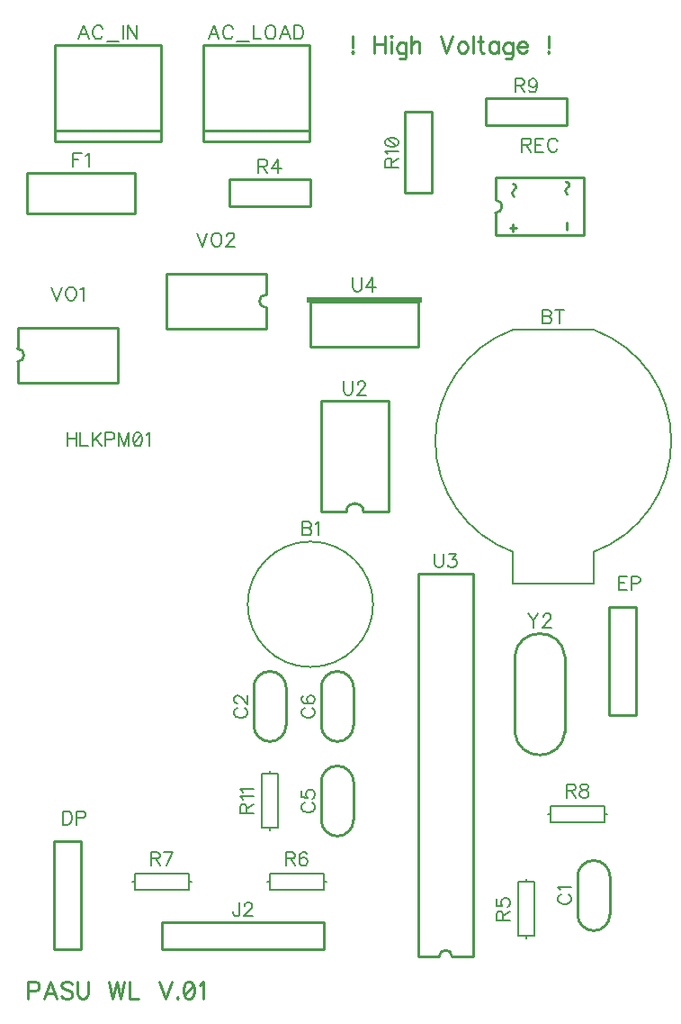
<source format=gbr>
G04 DipTrace 3.3.1.1*
G04 TopSilk.gbr*
%MOIN*%
G04 #@! TF.FileFunction,Legend,Top*
G04 #@! TF.Part,Single*
%ADD10C,0.009843*%
%ADD17C,0.008*%
%ADD79C,0.00772*%
%ADD81C,0.009264*%
%FSLAX26Y26*%
G04*
G70*
G90*
G75*
G01*
G04 TopSilk*
%LPD*%
X701575Y4046850D2*
D10*
X1095276D1*
Y3692520D1*
X701575D1*
Y4046850D1*
Y3731850D2*
X1095276D1*
X1251575Y4046850D2*
X1645276D1*
Y3692520D1*
X1251575D1*
Y4046850D1*
Y3731850D2*
X1645276D1*
X1417717Y1977953D2*
D17*
G02X1417717Y1977953I232283J0D01*
G01*
X2699637Y2172011D2*
Y2054684D1*
X2400363D1*
Y2172011D1*
X2699637Y2994054D2*
X2400363D1*
X2699637Y2172011D2*
G03X2699637Y2994054I-150227J411021D01*
G01*
X2400363Y2172011D2*
G02X2400363Y2994054I150227J411021D01*
G01*
X2760000Y830060D2*
D10*
Y969940D1*
X2640000Y830060D2*
Y969940D1*
X2760000D2*
G03X2640000Y969940I-60000J60D01*
G01*
Y830060D2*
G03X2760000Y830060I60000J-60D01*
G01*
X1560000Y1530060D2*
Y1669940D1*
X1440000Y1530060D2*
Y1669940D1*
X1560000D2*
G03X1440000Y1669940I-60000J60D01*
G01*
Y1530060D2*
G03X1560000Y1530060I60000J-60D01*
G01*
X1810000Y1180060D2*
Y1319940D1*
X1690000Y1180060D2*
Y1319940D1*
X1810000D2*
G03X1690000Y1319940I-60000J60D01*
G01*
Y1180060D2*
G03X1810000Y1180060I60000J-60D01*
G01*
X1690000Y1669940D2*
Y1530060D1*
X1810000Y1669940D2*
Y1530060D1*
X1690000D2*
G03X1810000Y1530060I60000J-60D01*
G01*
Y1669940D2*
G03X1690000Y1669940I-60000J60D01*
G01*
X800005Y1100018D2*
X700000D1*
Y699982D1*
X800005D1*
Y1100018D1*
X2857865Y1969078D2*
X2757860D1*
Y1569043D1*
X2857865D1*
Y1969078D1*
X1000330Y3425000D2*
X599670D1*
Y3575000D2*
Y3425000D1*
X1000330Y3575000D2*
X599670D1*
X1000330D2*
Y3425000D1*
X1699973Y699998D2*
X1100027D1*
Y800000D1*
X1699973D1*
Y699998D1*
X1349920Y3550000D2*
X1650080D1*
Y3450000D2*
Y3550000D1*
X1349920Y3450000D2*
X1650080D1*
X1349920D2*
Y3550000D1*
X2420000Y749992D2*
D17*
Y950008D1*
X2450000D1*
X2480000D1*
Y749992D1*
X2450000D1*
X2420000D1*
X2450000Y950008D2*
Y959993D1*
Y749992D2*
Y740007D1*
X1499992Y980000D2*
X1700008D1*
Y950000D1*
Y920000D1*
X1499992D1*
Y950000D1*
Y980000D1*
X1700008Y950000D2*
X1709993D1*
X1499992D2*
X1490007D1*
X999992Y980000D2*
X1200008D1*
Y950000D1*
Y920000D1*
X999992D1*
Y950000D1*
Y980000D1*
X1200008Y950000D2*
X1209993D1*
X999992D2*
X990007D1*
X2539793Y1231699D2*
X2739808D1*
Y1201699D1*
Y1171700D1*
X2539793D1*
Y1201699D1*
Y1231699D1*
X2739808Y1201699D2*
X2749794D1*
X2539793D2*
X2529807D1*
X2299920Y3850000D2*
D10*
X2600080D1*
Y3750000D2*
Y3850000D1*
X2299920Y3750000D2*
X2600080D1*
X2299920D2*
Y3850000D1*
X2000000Y3499920D2*
Y3800080D1*
X2100000D2*
X2000000D1*
X2100000Y3499920D2*
Y3800080D1*
Y3499920D2*
X2000000D1*
X1470000Y1149992D2*
D17*
Y1350008D1*
X1500000D1*
X1530000D1*
Y1149992D1*
X1500000D1*
X1470000D1*
X1500000Y1350008D2*
Y1359993D1*
Y1149992D2*
Y1140007D1*
X1940944Y2320277D2*
D10*
Y2729723D1*
X1688977Y2320277D2*
Y2729723D1*
X1940944D2*
X1688977D1*
X1940944Y2320277D2*
X1846468D1*
X1783454D2*
X1688977D1*
X1846468D2*
G03X1783454Y2320277I-31507J-21D01*
G01*
X2253604Y674278D2*
Y2091601D1*
X2048876Y674278D2*
Y2091601D1*
X2253604D2*
X2048876D1*
X2253604Y674278D2*
X2174871D1*
X2048876D2*
X2127609D1*
X2174871D2*
G03X2127609Y674278I-23631J-103D01*
G01*
X1649307Y3099179D2*
X2050693D1*
Y2931004D1*
X1649307D1*
Y3099179D1*
G36*
X1637402Y3093719D2*
X2062598D1*
Y3113012D1*
X1637402D1*
Y3093719D1*
G37*
X935039Y2797633D2*
D10*
Y3002367D1*
X564961Y2797633D2*
X935039D1*
X564961Y3002367D2*
X935039D1*
X564961Y2797633D2*
Y2876374D1*
Y3002367D2*
Y2923626D1*
Y2876374D2*
G03X564961Y2923626I-15J23626D01*
G01*
X1114961Y3202367D2*
Y2997633D1*
X1485039Y3202367D2*
X1114961D1*
X1485039Y2997633D2*
X1114961D1*
X1485039Y3202367D2*
Y3123626D1*
Y2997633D2*
Y3076374D1*
Y3123626D2*
G03X1485039Y3076374I15J-23626D01*
G01*
X2592874Y1505336D2*
Y1784664D1*
X2407126Y1505336D2*
Y1784664D1*
Y1505336D2*
G03X2592874Y1505336I92874J8216D01*
G01*
Y1784664D2*
G03X2407126Y1784664I-92874J-8216D01*
G01*
X2663780Y3343684D2*
Y3556316D1*
Y3343684D2*
X2336220D1*
X2663780Y3556316D2*
X2336220D1*
Y3343684D2*
Y3426374D1*
Y3473626D2*
Y3556316D1*
X2404975Y3486408D2*
G02X2404975Y3512404I7709J12998D01*
G01*
X2389776Y3371259D2*
X2413393D1*
X2401569Y3383072D2*
Y3359446D1*
X2598431Y3363396D2*
Y3390935D1*
X2336220Y3426374D2*
G03X2340151Y3473626I-152J23802D01*
G01*
X2404975Y3512404D2*
G03X2401569Y3532654I-3389J9842D01*
G01*
X2601871Y3494307D2*
G02X2601871Y3520267I7545J12980D01*
G01*
G03X2598431Y3540554I-3492J9843D01*
G01*
X829300Y4069833D2*
D79*
X810122Y4120073D1*
X790998Y4069833D1*
X798183Y4086580D2*
X822115D1*
X880609Y4108135D2*
X878233Y4112888D1*
X873424Y4117697D1*
X868671Y4120073D1*
X859110D1*
X854301Y4117697D1*
X849548Y4112888D1*
X847116Y4108135D1*
X844739Y4100950D1*
Y4088957D1*
X847116Y4081827D1*
X849548Y4077019D1*
X854301Y4072265D1*
X859110Y4069833D1*
X868671D1*
X873424Y4072265D1*
X878233Y4077019D1*
X880609Y4081827D1*
X896049Y4061543D2*
X941480D1*
X956919Y4120073D2*
Y4069833D1*
X1005852Y4120073D2*
Y4069833D1*
X972359Y4120073D1*
Y4069833D1*
X1311244D2*
X1292066Y4120073D1*
X1272943Y4069833D1*
X1280128Y4086580D2*
X1304059D1*
X1362554Y4108135D2*
X1360177Y4112888D1*
X1355368Y4117697D1*
X1350615Y4120073D1*
X1341054D1*
X1336245Y4117697D1*
X1331492Y4112888D1*
X1329060Y4108135D1*
X1326684Y4100950D1*
Y4088957D1*
X1329060Y4081827D1*
X1331492Y4077019D1*
X1336245Y4072265D1*
X1341054Y4069833D1*
X1350615D1*
X1355368Y4072265D1*
X1360177Y4077019D1*
X1362554Y4081827D1*
X1377993Y4061543D2*
X1423424D1*
X1438864Y4120073D2*
Y4069833D1*
X1467548D1*
X1497358Y4120073D2*
X1492549Y4117697D1*
X1487796Y4112888D1*
X1485364Y4108135D1*
X1482988Y4100950D1*
Y4088957D1*
X1485364Y4081827D1*
X1487796Y4077019D1*
X1492549Y4072265D1*
X1497358Y4069833D1*
X1506919D1*
X1511673Y4072265D1*
X1516481Y4077019D1*
X1518858Y4081827D1*
X1521234Y4088957D1*
Y4100950D1*
X1518858Y4108135D1*
X1516481Y4112888D1*
X1511673Y4117697D1*
X1506919Y4120073D1*
X1497358D1*
X1574975Y4069833D2*
X1555797Y4120073D1*
X1536673Y4069833D1*
X1543859Y4086580D2*
X1567790D1*
X1590414Y4120073D2*
Y4069833D1*
X1607161D1*
X1614346Y4072265D1*
X1619155Y4077019D1*
X1621531Y4081827D1*
X1623908Y4088957D1*
Y4100950D1*
X1621531Y4108135D1*
X1619155Y4112888D1*
X1614346Y4117697D1*
X1607161Y4120073D1*
X1590414D1*
X1619537Y2283459D2*
Y2233219D1*
X1641092D1*
X1648277Y2235651D1*
X1650654Y2238028D1*
X1653030Y2242781D1*
Y2249966D1*
X1650654Y2254774D1*
X1648277Y2257151D1*
X1641092Y2259528D1*
X1648277Y2261959D1*
X1650654Y2264336D1*
X1653030Y2269089D1*
Y2273898D1*
X1650654Y2278651D1*
X1648277Y2281083D1*
X1641092Y2283459D1*
X1619537D1*
Y2259528D2*
X1641092D1*
X1668470Y2273842D2*
X1673278Y2276274D1*
X1680463Y2283404D1*
Y2233219D1*
X2508787Y3067277D2*
Y3017037D1*
X2530342D1*
X2537527Y3019469D1*
X2539904Y3021845D1*
X2542280Y3026599D1*
Y3033784D1*
X2539904Y3038592D1*
X2537527Y3040969D1*
X2530342Y3043345D1*
X2537527Y3045777D1*
X2539904Y3048154D1*
X2542280Y3052907D1*
Y3057715D1*
X2539904Y3062468D1*
X2537527Y3064900D1*
X2530342Y3067277D1*
X2508787D1*
Y3043345D2*
X2530342D1*
X2574466Y3067277D2*
Y3017037D1*
X2557720Y3067277D2*
X2591213D1*
X2578715Y904219D2*
X2573962Y901842D1*
X2569154Y897034D1*
X2566777Y892280D1*
Y882719D1*
X2569154Y877910D1*
X2573962Y873157D1*
X2578715Y870725D1*
X2585900Y868349D1*
X2597894D1*
X2605023Y870725D1*
X2609832Y873157D1*
X2614585Y877910D1*
X2617017Y882719D1*
Y892280D1*
X2614585Y897034D1*
X2609832Y901842D1*
X2605023Y904219D1*
X2576394Y919658D2*
X2573962Y924466D1*
X2566832Y931651D1*
X2617017D1*
X1378715Y1593469D2*
X1373962Y1591092D1*
X1369154Y1586284D1*
X1366777Y1581531D1*
Y1571969D1*
X1369154Y1567161D1*
X1373962Y1562407D1*
X1378715Y1559975D1*
X1385900Y1557599D1*
X1397894D1*
X1405023Y1559975D1*
X1409832Y1562407D1*
X1414585Y1567160D1*
X1417017Y1571969D1*
Y1581531D1*
X1414585Y1586284D1*
X1409832Y1591092D1*
X1405023Y1593469D1*
X1378770Y1611340D2*
X1376394D1*
X1371585Y1613716D1*
X1369209Y1616093D1*
X1366832Y1620901D1*
Y1630463D1*
X1369209Y1635216D1*
X1371585Y1637593D1*
X1376394Y1640025D1*
X1381147D1*
X1385955Y1637593D1*
X1393085Y1632840D1*
X1417017Y1608908D1*
Y1642401D1*
X1628715Y1243469D2*
X1623962Y1241092D1*
X1619154Y1236284D1*
X1616777Y1231531D1*
Y1221969D1*
X1619154Y1217161D1*
X1623962Y1212407D1*
X1628715Y1209975D1*
X1635900Y1207599D1*
X1647894D1*
X1655023Y1209975D1*
X1659832Y1212407D1*
X1664585Y1217160D1*
X1667017Y1221969D1*
Y1231531D1*
X1664585Y1236284D1*
X1659832Y1241092D1*
X1655023Y1243469D1*
X1616832Y1287593D2*
Y1263716D1*
X1638332Y1261340D1*
X1635955Y1263716D1*
X1633524Y1270901D1*
Y1278031D1*
X1635955Y1285216D1*
X1640709Y1290025D1*
X1647894Y1292401D1*
X1652647D1*
X1659832Y1290025D1*
X1664640Y1285216D1*
X1667017Y1278031D1*
Y1270901D1*
X1664640Y1263716D1*
X1662208Y1261340D1*
X1657455Y1258908D1*
X1628715Y1594685D2*
X1623962Y1592308D1*
X1619154Y1587500D1*
X1616777Y1582746D1*
Y1573185D1*
X1619154Y1568376D1*
X1623962Y1563623D1*
X1628715Y1561191D1*
X1635900Y1558815D1*
X1647894D1*
X1655023Y1561191D1*
X1659832Y1563623D1*
X1664585Y1568376D1*
X1667017Y1573185D1*
Y1582746D1*
X1664585Y1587500D1*
X1659832Y1592308D1*
X1655023Y1594685D1*
X1623962Y1638809D2*
X1619209Y1636432D1*
X1616832Y1629247D1*
Y1624494D1*
X1619209Y1617309D1*
X1626394Y1612501D1*
X1638332Y1610124D1*
X1650270D1*
X1659832Y1612500D1*
X1664640Y1617309D1*
X1667017Y1624494D1*
Y1626871D1*
X1664640Y1634000D1*
X1659832Y1638809D1*
X1652647Y1641185D1*
X1650270D1*
X1643085Y1638809D1*
X1638332Y1634000D1*
X1635955Y1626871D1*
Y1624494D1*
X1638332Y1617309D1*
X1643085Y1612500D1*
X1650270Y1610124D1*
X733787Y1212593D2*
Y1162353D1*
X750534D1*
X757719Y1164785D1*
X762527Y1169538D1*
X764904Y1174347D1*
X767280Y1181476D1*
Y1193470D1*
X764904Y1200655D1*
X762527Y1205408D1*
X757719Y1210217D1*
X750534Y1212593D1*
X733787D1*
X782720Y1186285D2*
X804275D1*
X811405Y1188661D1*
X813836Y1191093D1*
X816213Y1195846D1*
Y1203032D1*
X813836Y1207785D1*
X811405Y1210217D1*
X804275Y1212593D1*
X782720D1*
Y1162353D1*
X2823924Y2081654D2*
X2792863D1*
Y2031414D1*
X2823924D1*
X2792863Y2057722D2*
X2811986D1*
X2839363Y2055345D2*
X2860918D1*
X2868048Y2057722D1*
X2870480Y2060154D1*
X2872857Y2064907D1*
Y2072092D1*
X2870480Y2076845D1*
X2868048Y2079277D1*
X2860918Y2081654D1*
X2839363D1*
Y2031414D1*
X801842Y3648223D2*
X770725D1*
Y3597983D1*
Y3624291D2*
X789849D1*
X817281Y3638606D2*
X822090Y3641038D1*
X829275Y3648168D1*
Y3597983D1*
X748808Y2613774D2*
Y2563534D1*
X782301Y2613774D2*
Y2563534D1*
X748808Y2589843D2*
X782301D1*
X797741Y2613774D2*
Y2563534D1*
X826425D1*
X841865Y2613774D2*
Y2563534D1*
X875358Y2613774D2*
X841865Y2580281D1*
X853803Y2592274D2*
X875358Y2563534D1*
X890797Y2587466D2*
X912352D1*
X919482Y2589843D1*
X921914Y2592274D1*
X924291Y2597028D1*
Y2604213D1*
X921914Y2608966D1*
X919482Y2611398D1*
X912352Y2613774D1*
X890797D1*
Y2563534D1*
X977976D2*
Y2613774D1*
X958853Y2563534D1*
X939730Y2613774D1*
Y2563534D1*
X1007786Y2613719D2*
X1000601Y2611342D1*
X995792Y2604157D1*
X993416Y2592219D1*
Y2585034D1*
X995792Y2573096D1*
X1000601Y2565911D1*
X1007786Y2563534D1*
X1012539D1*
X1019724Y2565911D1*
X1024477Y2573096D1*
X1026909Y2585034D1*
Y2592219D1*
X1024477Y2604157D1*
X1019724Y2611342D1*
X1012539Y2613719D1*
X1007786D1*
X1024477Y2604157D2*
X995792Y2573096D1*
X1042348Y2604157D2*
X1047157Y2606589D1*
X1054342Y2613719D1*
Y2563534D1*
X1387500Y873223D2*
Y834977D1*
X1385123Y827792D1*
X1382691Y825415D1*
X1377938Y822983D1*
X1373129D1*
X1368376Y825415D1*
X1366000Y827792D1*
X1363568Y834977D1*
Y839730D1*
X1405371Y861230D2*
Y863606D1*
X1407747Y868415D1*
X1410124Y870791D1*
X1414932Y873168D1*
X1424494D1*
X1429247Y870791D1*
X1431624Y868415D1*
X1434056Y863606D1*
Y858853D1*
X1431624Y854045D1*
X1426871Y846915D1*
X1402939Y822983D1*
X1436432D1*
X1457599Y3599291D2*
X1479099D1*
X1486284Y3601723D1*
X1488715Y3604100D1*
X1491092Y3608853D1*
Y3613661D1*
X1488715Y3618415D1*
X1486284Y3620846D1*
X1479099Y3623223D1*
X1457599D1*
Y3572983D1*
X1474345Y3599291D2*
X1491092Y3572983D1*
X1530463D2*
Y3623168D1*
X1506531Y3589730D1*
X1542401D1*
X2363709Y808787D2*
Y830287D1*
X2361277Y837472D1*
X2358900Y839904D1*
X2354147Y842280D1*
X2349339D1*
X2344585Y839904D1*
X2342154Y837472D1*
X2339777Y830287D1*
Y808787D1*
X2390017D1*
X2363709Y825534D2*
X2390017Y842280D1*
X2339832Y886405D2*
Y862528D1*
X2361332Y860152D1*
X2358956Y862528D1*
X2356524Y869713D1*
Y876843D1*
X2358956Y884028D1*
X2363709Y888836D1*
X2370894Y891213D1*
X2375647D1*
X2382832Y888836D1*
X2387640Y884028D1*
X2390017Y876843D1*
Y869713D1*
X2387640Y862528D1*
X2385209Y860152D1*
X2380455Y857720D1*
X1560003Y1036291D2*
X1581503D1*
X1588688Y1038723D1*
X1591120Y1041100D1*
X1593496Y1045853D1*
Y1050661D1*
X1591120Y1055415D1*
X1588688Y1057846D1*
X1581503Y1060223D1*
X1560003D1*
Y1009983D1*
X1576750Y1036291D2*
X1593496Y1009983D1*
X1637620Y1053038D2*
X1635244Y1057791D1*
X1628059Y1060168D1*
X1623306D1*
X1616121Y1057791D1*
X1611312Y1050606D1*
X1608936Y1038668D1*
Y1026730D1*
X1611312Y1017168D1*
X1616121Y1012360D1*
X1623306Y1009983D1*
X1625682D1*
X1632812Y1012360D1*
X1637620Y1017168D1*
X1639997Y1024353D1*
Y1026730D1*
X1637620Y1033915D1*
X1632812Y1038668D1*
X1625682Y1041045D1*
X1623306D1*
X1616121Y1038668D1*
X1611312Y1033915D1*
X1608936Y1026730D1*
X1058787Y1036291D2*
X1080287D1*
X1087472Y1038723D1*
X1089904Y1041100D1*
X1092280Y1045853D1*
Y1050661D1*
X1089904Y1055415D1*
X1087472Y1057846D1*
X1080287Y1060223D1*
X1058787D1*
Y1009983D1*
X1075534Y1036291D2*
X1092280Y1009983D1*
X1117281D2*
X1141213Y1060168D1*
X1107720D1*
X2598615Y1287991D2*
X2620115D1*
X2627300Y1290423D1*
X2629732Y1292799D1*
X2632109Y1297552D1*
Y1302361D1*
X2629732Y1307114D1*
X2627300Y1309546D1*
X2620115Y1311923D1*
X2598615D1*
Y1261683D1*
X2615362Y1287991D2*
X2632109Y1261683D1*
X2659486Y1311867D2*
X2652356Y1309491D1*
X2649924Y1304738D1*
Y1299929D1*
X2652356Y1295176D1*
X2657109Y1292744D1*
X2666671Y1290367D1*
X2673856Y1287991D1*
X2678609Y1283182D1*
X2680986Y1278429D1*
Y1271244D1*
X2678609Y1266491D1*
X2676233Y1264059D1*
X2669048Y1261683D1*
X2659486D1*
X2652356Y1264059D1*
X2649924Y1266491D1*
X2647548Y1271244D1*
Y1278429D1*
X2649924Y1283182D1*
X2654733Y1287991D1*
X2661863Y1290367D1*
X2671424Y1292744D1*
X2676233Y1295176D1*
X2678609Y1299929D1*
Y1304738D1*
X2676233Y1309491D1*
X2669048Y1311867D1*
X2659486D1*
X2409975Y3899291D2*
X2431475D1*
X2438660Y3901723D1*
X2441092Y3904100D1*
X2443469Y3908853D1*
Y3913661D1*
X2441092Y3918415D1*
X2438660Y3920846D1*
X2431475Y3923223D1*
X2409975D1*
Y3872983D1*
X2426722Y3899291D2*
X2443469Y3872983D1*
X2490025Y3906476D2*
X2487593Y3899291D1*
X2482840Y3894483D1*
X2475655Y3892106D1*
X2473278D1*
X2466093Y3894483D1*
X2461340Y3899291D1*
X2458908Y3906476D1*
Y3908853D1*
X2461340Y3916038D1*
X2466093Y3920791D1*
X2473278Y3923168D1*
X2475655D1*
X2482840Y3920791D1*
X2487593Y3916038D1*
X2490025Y3906476D1*
Y3894483D1*
X2487593Y3882545D1*
X2482840Y3875360D1*
X2475655Y3872983D1*
X2470901D1*
X2463716Y3875360D1*
X2461340Y3880168D1*
X1950709Y3595071D2*
Y3616571D1*
X1948277Y3623756D1*
X1945900Y3626188D1*
X1941147Y3628564D1*
X1936339D1*
X1931585Y3626188D1*
X1929154Y3623756D1*
X1926777Y3616571D1*
Y3595071D1*
X1977017D1*
X1950709Y3611817D2*
X1977017Y3628564D1*
X1936394Y3644003D2*
X1933962Y3648812D1*
X1926832Y3655997D1*
X1977017D1*
X1926832Y3685806D2*
X1929209Y3678621D1*
X1936394Y3673813D1*
X1948332Y3671436D1*
X1955517D1*
X1967455Y3673813D1*
X1974640Y3678621D1*
X1977017Y3685806D1*
Y3690559D1*
X1974640Y3697744D1*
X1967455Y3702497D1*
X1955517Y3704929D1*
X1948332D1*
X1936394Y3702497D1*
X1929209Y3697744D1*
X1926832Y3690559D1*
Y3685806D1*
X1936394Y3702497D2*
X1967455Y3673813D1*
X1413709Y1205821D2*
Y1227321D1*
X1411277Y1234506D1*
X1408900Y1236937D1*
X1404147Y1239314D1*
X1399339D1*
X1394585Y1236937D1*
X1392154Y1234506D1*
X1389777Y1227321D1*
Y1205821D1*
X1440017D1*
X1413709Y1222567D2*
X1440017Y1239314D1*
X1399394Y1254753D2*
X1396962Y1259562D1*
X1389832Y1266747D1*
X1440017D1*
X1399394Y1282186D2*
X1396962Y1286994D1*
X1389832Y1294179D1*
X1440017D1*
X1773748Y2802946D2*
Y2767076D1*
X1776124Y2759891D1*
X1780933Y2755138D1*
X1788118Y2752706D1*
X1792871D1*
X1800056Y2755138D1*
X1804864Y2759891D1*
X1807241Y2767076D1*
Y2802946D1*
X1825112Y2790953D2*
Y2793329D1*
X1827489Y2798138D1*
X1829865Y2800514D1*
X1834674Y2802891D1*
X1844235D1*
X1848989Y2800514D1*
X1851365Y2798138D1*
X1853797Y2793329D1*
Y2788576D1*
X1851365Y2783768D1*
X1846612Y2776638D1*
X1822680Y2752706D1*
X1856174D1*
X2110027Y2164824D2*
Y2128954D1*
X2112404Y2121769D1*
X2117212Y2117016D1*
X2124397Y2114584D1*
X2129150D1*
X2136335Y2117016D1*
X2141144Y2121769D1*
X2143521Y2128954D1*
Y2164824D1*
X2163768Y2164769D2*
X2190021D1*
X2175706Y2145646D1*
X2182891D1*
X2187645Y2143269D1*
X2190021Y2140892D1*
X2192453Y2133707D1*
Y2128954D1*
X2190021Y2121769D1*
X2185268Y2116961D1*
X2178083Y2114584D1*
X2170898D1*
X2163768Y2116961D1*
X2161392Y2119393D1*
X2158960Y2124146D1*
X1807599Y3186235D2*
Y3150365D1*
X1809975Y3143180D1*
X1814784Y3138427D1*
X1821969Y3135995D1*
X1826722D1*
X1833907Y3138427D1*
X1838715Y3143180D1*
X1841092Y3150365D1*
Y3186235D1*
X1880463Y3135995D2*
Y3186180D1*
X1856531Y3152742D1*
X1892401D1*
X690317Y3152751D2*
X709441Y3102511D1*
X728564Y3152751D1*
X758373D2*
X753565Y3150374D1*
X748812Y3145566D1*
X746380Y3140812D1*
X744003Y3133627D1*
Y3121634D1*
X746380Y3114504D1*
X748812Y3109696D1*
X753565Y3104942D1*
X758373Y3102511D1*
X767935D1*
X772688Y3104942D1*
X777497Y3109696D1*
X779873Y3114504D1*
X782250Y3121634D1*
Y3133627D1*
X779873Y3140812D1*
X777497Y3145566D1*
X772688Y3150374D1*
X767935Y3152751D1*
X758373D1*
X797689Y3143134D2*
X802497Y3145566D1*
X809683Y3152695D1*
Y3102511D1*
X1229568Y3352751D2*
X1248691Y3302511D1*
X1267814Y3352751D1*
X1297623D2*
X1292815Y3350374D1*
X1288062Y3345566D1*
X1285630Y3340812D1*
X1283253Y3333627D1*
Y3321634D1*
X1285630Y3314504D1*
X1288062Y3309696D1*
X1292815Y3304942D1*
X1297623Y3302511D1*
X1307185D1*
X1311938Y3304942D1*
X1316747Y3309696D1*
X1319123Y3314504D1*
X1321500Y3321634D1*
Y3333627D1*
X1319123Y3340812D1*
X1316747Y3345566D1*
X1311938Y3350374D1*
X1307185Y3352751D1*
X1297623D1*
X1339371Y3340757D2*
Y3343134D1*
X1341748Y3347942D1*
X1344124Y3350319D1*
X1348933Y3352695D1*
X1358494D1*
X1363247Y3350319D1*
X1365624Y3347942D1*
X1368056Y3343134D1*
Y3338381D1*
X1365624Y3333572D1*
X1360871Y3326442D1*
X1336939Y3302511D1*
X1370432D1*
X2456410Y1942908D2*
X2475534Y1918976D1*
Y1892668D1*
X2494657Y1942908D2*
X2475534Y1918976D1*
X2512528Y1930915D2*
Y1933291D1*
X2514905Y1938100D1*
X2517281Y1940476D1*
X2522090Y1942853D1*
X2531651D1*
X2536405Y1940476D1*
X2538781Y1938100D1*
X2541213Y1933291D1*
Y1928538D1*
X2538781Y1923730D1*
X2534028Y1916600D1*
X2510096Y1892668D1*
X2543590D1*
X2434348Y3678819D2*
X2455848D1*
X2463033Y3681251D1*
X2465465Y3683627D1*
X2467842Y3688381D1*
Y3693189D1*
X2465465Y3697942D1*
X2463033Y3700374D1*
X2455848Y3702751D1*
X2434348D1*
Y3652511D1*
X2451095Y3678819D2*
X2467842Y3652511D1*
X2514342Y3702751D2*
X2483281D1*
Y3652511D1*
X2514342D1*
X2483281Y3678819D2*
X2502404D1*
X2565652Y3690812D2*
X2563275Y3695566D1*
X2558467Y3700374D1*
X2553713Y3702751D1*
X2544152D1*
X2539343Y3700374D1*
X2534590Y3695566D1*
X2532158Y3690812D1*
X2529782Y3683627D1*
Y3671634D1*
X2532158Y3664504D1*
X2534590Y3659696D1*
X2539343Y3654942D1*
X2544152Y3652511D1*
X2553713D1*
X2558467Y3654942D1*
X2563275Y3659696D1*
X2565652Y3664504D1*
X1807550Y4079583D2*
D81*
Y4039458D1*
Y4025132D2*
X1804632Y4022213D1*
X1807550Y4019362D1*
X1810402Y4022213D1*
X1807550Y4025132D1*
X1887250Y4079650D2*
Y4019362D1*
X1927442Y4079650D2*
Y4019362D1*
X1887250Y4050932D2*
X1927442D1*
X1945969Y4079650D2*
X1948821Y4076798D1*
X1951739Y4079650D1*
X1948821Y4082568D1*
X1945969Y4079650D1*
X1948821Y4059554D2*
Y4019362D1*
X2004688Y4056702D2*
Y4010740D1*
X2001836Y4002184D1*
X1998985Y3999266D1*
X1993214Y3996414D1*
X1984592D1*
X1978889Y3999266D1*
X2004688Y4048080D2*
X1998985Y4053783D1*
X1993214Y4056702D1*
X1984592D1*
X1978889Y4053783D1*
X1973118Y4048080D1*
X1970267Y4039458D1*
Y4033687D1*
X1973118Y4025132D1*
X1978889Y4019362D1*
X1984592Y4016510D1*
X1993214D1*
X1998985Y4019362D1*
X2004688Y4025132D1*
X2023215Y4079650D2*
Y4019362D1*
Y4048080D2*
X2031838Y4056702D1*
X2037608Y4059554D1*
X2046230D1*
X2051934Y4056702D1*
X2054785Y4048080D1*
Y4019362D1*
X2131634Y4079650D2*
X2154582Y4019362D1*
X2177530Y4079650D1*
X2210382Y4059554D2*
X2204679Y4056702D1*
X2198909Y4050932D1*
X2196057Y4042309D1*
Y4036606D1*
X2198909Y4027984D1*
X2204679Y4022280D1*
X2210382Y4019362D1*
X2219005D1*
X2224775Y4022280D1*
X2230478Y4027984D1*
X2233397Y4036606D1*
Y4042309D1*
X2230478Y4050932D1*
X2224775Y4056702D1*
X2219005Y4059554D1*
X2210382D1*
X2251924Y4079650D2*
Y4019362D1*
X2279073Y4079650D2*
Y4030836D1*
X2281925Y4022280D1*
X2287695Y4019362D1*
X2293399D1*
X2270451Y4059554D2*
X2290547D1*
X2346348D2*
Y4019362D1*
Y4050932D2*
X2340644Y4056702D1*
X2334874Y4059554D1*
X2326318D1*
X2320548Y4056702D1*
X2314844Y4050932D1*
X2311926Y4042309D1*
Y4036606D1*
X2314844Y4027984D1*
X2320548Y4022280D1*
X2326318Y4019362D1*
X2334874D1*
X2340644Y4022280D1*
X2346348Y4027984D1*
X2399297Y4056702D2*
Y4010740D1*
X2396445Y4002184D1*
X2393593Y3999266D1*
X2387823Y3996414D1*
X2379201D1*
X2373497Y3999266D1*
X2399297Y4048080D2*
X2393593Y4053783D1*
X2387823Y4056702D1*
X2379201D1*
X2373497Y4053783D1*
X2367727Y4048080D1*
X2364875Y4039458D1*
Y4033687D1*
X2367727Y4025132D1*
X2373497Y4019362D1*
X2379201Y4016510D1*
X2387823D1*
X2393593Y4019362D1*
X2399297Y4025132D1*
X2417824Y4042309D2*
X2452246D1*
Y4048080D1*
X2449394Y4053850D1*
X2446542Y4056702D1*
X2440772Y4059554D1*
X2432150D1*
X2426446Y4056702D1*
X2420676Y4050932D1*
X2417824Y4042309D1*
Y4036606D1*
X2420676Y4027984D1*
X2426446Y4022280D1*
X2432150Y4019362D1*
X2440772D1*
X2446542Y4022280D1*
X2452246Y4027984D1*
X2532012Y4079583D2*
Y4039458D1*
Y4025132D2*
X2529094Y4022213D1*
X2532012Y4019362D1*
X2534864Y4022213D1*
X2532012Y4025132D1*
X604632Y548080D2*
X630498D1*
X639054Y550932D1*
X641972Y553850D1*
X644824Y559554D1*
Y568176D1*
X641972Y573879D1*
X639054Y576798D1*
X630498Y579650D1*
X604632D1*
Y519362D1*
X709313D2*
X686299Y579650D1*
X663351Y519362D1*
X671973Y539458D2*
X700691D1*
X768032Y571028D2*
X762328Y576798D1*
X753706Y579650D1*
X742232D1*
X733610Y576798D1*
X727840Y571028D1*
Y565324D1*
X730758Y559554D1*
X733610Y556702D1*
X739314Y553850D1*
X756558Y548080D1*
X762328Y545228D1*
X765180Y542309D1*
X768032Y536606D1*
Y527984D1*
X762328Y522280D1*
X753706Y519362D1*
X742232D1*
X733610Y522280D1*
X727840Y527984D1*
X786559Y579650D2*
Y536606D1*
X789411Y527984D1*
X795181Y522280D1*
X803803Y519362D1*
X809507D1*
X818129Y522280D1*
X823899Y527984D1*
X826751Y536606D1*
Y579650D1*
X903599D2*
X917992Y519362D1*
X932318Y579650D1*
X946643Y519362D1*
X961036Y579650D1*
X979563D2*
Y519362D1*
X1013985D1*
X1090833Y579650D2*
X1113781Y519362D1*
X1136729Y579650D1*
X1158108Y525132D2*
X1155256Y522213D1*
X1158108Y519362D1*
X1161026Y522213D1*
X1158108Y525132D1*
X1196797Y579583D2*
X1188175Y576731D1*
X1182405Y568109D1*
X1179553Y553783D1*
Y545161D1*
X1182405Y530836D1*
X1188175Y522213D1*
X1196797Y519362D1*
X1202501D1*
X1211123Y522213D1*
X1216827Y530836D1*
X1219745Y545161D1*
Y553783D1*
X1216827Y568109D1*
X1211123Y576731D1*
X1202501Y579583D1*
X1196797D1*
X1216827Y568109D2*
X1182405Y530836D1*
X1238272Y568109D2*
X1244042Y571028D1*
X1252664Y579583D1*
Y519362D1*
M02*

</source>
